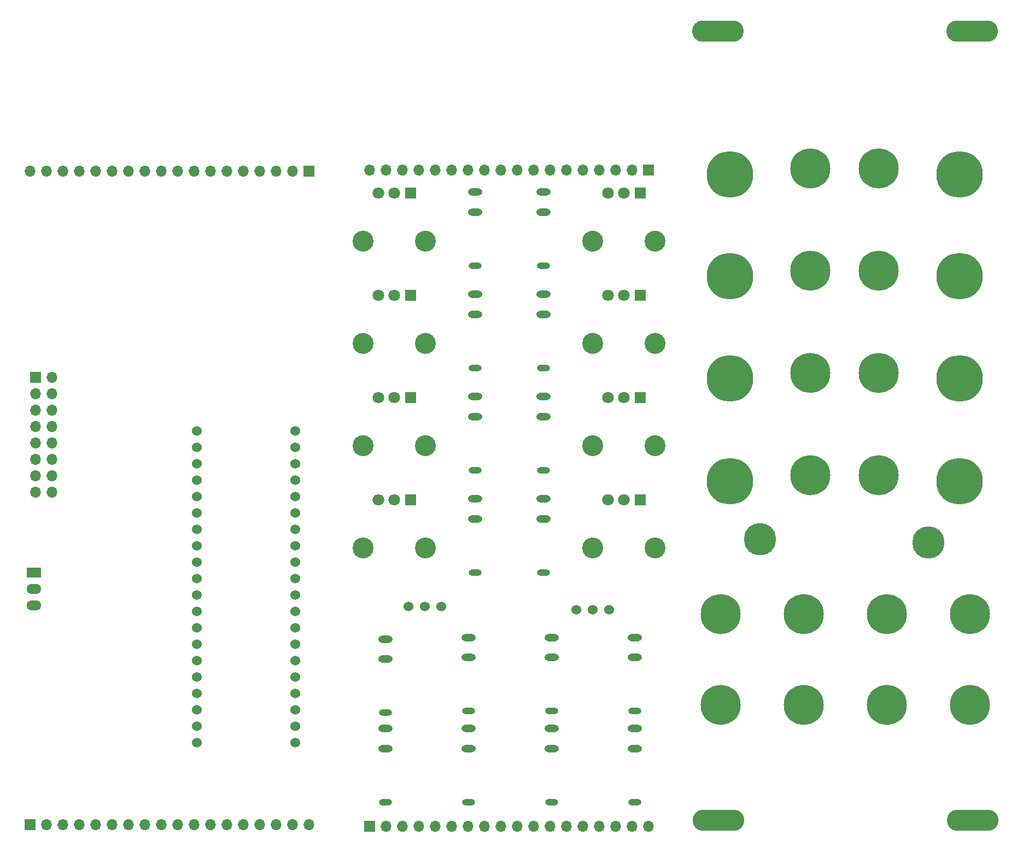
<source format=gbs>
%TF.GenerationSoftware,KiCad,Pcbnew,(6.0.0-0)*%
%TF.CreationDate,2022-07-11T02:03:33-04:00*%
%TF.ProjectId,daisy_hardware_v1,64616973-795f-4686-9172-64776172655f,rev?*%
%TF.SameCoordinates,Original*%
%TF.FileFunction,Soldermask,Bot*%
%TF.FilePolarity,Negative*%
%FSLAX46Y46*%
G04 Gerber Fmt 4.6, Leading zero omitted, Abs format (unit mm)*
G04 Created by KiCad (PCBNEW (6.0.0-0)) date 2022-07-11 02:03:33*
%MOMM*%
%LPD*%
G01*
G04 APERTURE LIST*
%ADD10O,2.216000X1.108000*%
%ADD11O,2.016000X1.008000*%
%ADD12C,6.200000*%
%ADD13O,8.000000X3.300000*%
%ADD14C,7.200000*%
%ADD15R,1.700000X1.700000*%
%ADD16O,1.700000X1.700000*%
%ADD17C,3.240000*%
%ADD18R,1.800000X1.800000*%
%ADD19C,1.800000*%
%ADD20C,1.524000*%
%ADD21C,5.000000*%
%ADD22R,2.300000X1.500000*%
%ADD23O,2.300000X1.500000*%
G04 APERTURE END LIST*
D10*
%TO.C,J13*%
X107870333Y-294079999D03*
X107870333Y-297179999D03*
D11*
X107870333Y-305479999D03*
%TD*%
D12*
%TO.C,REF\u002A\u002A*%
X159816800Y-322116000D03*
%TD*%
%TO.C,REF\u002A\u002A*%
X170383200Y-306291800D03*
%TD*%
D13*
%TO.C,REF\u002A\u002A*%
X145492800Y-253310000D03*
%TD*%
D10*
%TO.C,J15*%
X118443666Y-278244000D03*
X118443666Y-281344000D03*
D11*
X118443666Y-289644000D03*
%TD*%
D14*
%TO.C,REF\u002A\u002A*%
X182880000Y-275507000D03*
%TD*%
D15*
%TO.C,J1*%
X39820000Y-306960000D03*
D16*
X42360000Y-306960000D03*
X39820000Y-309500000D03*
X42360000Y-309500000D03*
X39820000Y-312040000D03*
X42360000Y-312040000D03*
X39820000Y-314580000D03*
X42360000Y-314580000D03*
X39820000Y-317120000D03*
X42360000Y-317120000D03*
X39820000Y-319660000D03*
X42360000Y-319660000D03*
X39820000Y-322200000D03*
X42360000Y-322200000D03*
X39820000Y-324740000D03*
X42360000Y-324740000D03*
%TD*%
D10*
%TO.C,J14*%
X107870333Y-309915998D03*
X107870333Y-313015998D03*
D11*
X107870333Y-321315998D03*
%TD*%
D17*
%TO.C,RV1*%
X135737000Y-285874000D03*
X126137000Y-285874000D03*
D18*
X133437000Y-278374000D03*
D19*
X130937000Y-278374000D03*
X128437000Y-278374000D03*
%TD*%
D14*
%TO.C,REF\u002A\u002A*%
X182880000Y-323005000D03*
%TD*%
D10*
%TO.C,J10*%
X119718666Y-347215000D03*
X119718666Y-350315000D03*
D11*
X119718666Y-358615000D03*
%TD*%
D17*
%TO.C,RV3*%
X100177000Y-317546000D03*
X90577000Y-317546000D03*
D18*
X97877000Y-310046000D03*
D19*
X95377000Y-310046000D03*
X92877000Y-310046000D03*
%TD*%
D17*
%TO.C,RV5*%
X100177000Y-301710000D03*
X90577000Y-301710000D03*
D18*
X97877000Y-294210000D03*
D19*
X95377000Y-294210000D03*
X92877000Y-294210000D03*
%TD*%
D10*
%TO.C,J3*%
X93980000Y-361312000D03*
X93980000Y-364412000D03*
D11*
X93980000Y-372712000D03*
%TD*%
D12*
%TO.C,EOC*%
X184505600Y-357650600D03*
%TD*%
%TO.C,REF\u002A\u002A*%
X159842200Y-274618000D03*
%TD*%
%TO.C,EOC*%
X158800800Y-357650600D03*
%TD*%
D10*
%TO.C,J18*%
X107870333Y-325751998D03*
X107870333Y-328851998D03*
D11*
X107870333Y-337151998D03*
%TD*%
D17*
%TO.C,RV2*%
X135737000Y-301710000D03*
X126137000Y-301710000D03*
D18*
X133437000Y-294210000D03*
D19*
X130937000Y-294210000D03*
X128437000Y-294210000D03*
%TD*%
D13*
%TO.C,REF\u002A\u002A*%
X145592800Y-375481400D03*
%TD*%
D14*
%TO.C,REF\u002A\u002A*%
X147320000Y-291262000D03*
%TD*%
D10*
%TO.C,J12*%
X107870333Y-278244000D03*
X107870333Y-281344000D03*
D11*
X107870333Y-289644000D03*
%TD*%
D12*
%TO.C,REF\u002A\u002A*%
X170383200Y-274592600D03*
%TD*%
D10*
%TO.C,J16*%
X118443666Y-294080000D03*
X118443666Y-297180000D03*
D11*
X118443666Y-305480000D03*
%TD*%
D14*
%TO.C,REF\u002A\u002A*%
X182880000Y-307130000D03*
%TD*%
D10*
%TO.C,J17*%
X118443666Y-309916000D03*
X118443666Y-313016000D03*
D11*
X118443666Y-321316000D03*
%TD*%
D10*
%TO.C,J7*%
X93980000Y-347444500D03*
X93980000Y-350544500D03*
D11*
X93980000Y-358844500D03*
%TD*%
D12*
%TO.C,REF\u002A\u002A*%
X159816800Y-290442200D03*
%TD*%
D10*
%TO.C,J4*%
X106849333Y-361312000D03*
X106849333Y-364412000D03*
D11*
X106849333Y-372712000D03*
%TD*%
D12*
%TO.C,SYNC*%
X145923000Y-343579000D03*
%TD*%
%TO.C,RESET*%
X184505600Y-343579000D03*
%TD*%
D17*
%TO.C,RV4*%
X90577000Y-333382000D03*
X100177000Y-333382000D03*
D18*
X97877000Y-325882000D03*
D19*
X95377000Y-325882000D03*
X92877000Y-325882000D03*
%TD*%
D12*
%TO.C,REF\u002A\u002A*%
X170383200Y-322116000D03*
%TD*%
%TO.C,RESET*%
X158775400Y-343579000D03*
%TD*%
D17*
%TO.C,RV7*%
X126137000Y-333382000D03*
X135737000Y-333382000D03*
D18*
X133437000Y-325882000D03*
D19*
X130937000Y-325882000D03*
X128437000Y-325882000D03*
%TD*%
D12*
%TO.C,REF\u002A\u002A*%
X159813333Y-306266400D03*
%TD*%
D10*
%TO.C,J2*%
X119718666Y-361312000D03*
X119718666Y-364412000D03*
D11*
X119718666Y-372712000D03*
%TD*%
D20*
%TO.C,SW1*%
X97536000Y-342392000D03*
X100076000Y-342392000D03*
X102616000Y-342392000D03*
%TD*%
D10*
%TO.C,J19*%
X118443666Y-325752000D03*
X118443666Y-328852000D03*
D11*
X118443666Y-337152000D03*
%TD*%
D12*
%TO.C,CV OUT*%
X145923000Y-357650600D03*
%TD*%
D10*
%TO.C,J11*%
X132588000Y-347215000D03*
X132588000Y-350315000D03*
D11*
X132588000Y-358615000D03*
%TD*%
D14*
%TO.C,REF\u002A\u002A*%
X182880000Y-291255000D03*
%TD*%
D17*
%TO.C,RV8*%
X100177000Y-285874000D03*
X90577000Y-285874000D03*
D18*
X97877000Y-278374000D03*
D19*
X95377000Y-278374000D03*
X92877000Y-278374000D03*
%TD*%
D13*
%TO.C,REF\u002A\u002A*%
X184869000Y-253310000D03*
%TD*%
D21*
%TO.C,LFO / ADSR / ???*%
X178054000Y-332530000D03*
%TD*%
D14*
%TO.C,REF\u002A\u002A*%
X147320000Y-323012000D03*
%TD*%
D10*
%TO.C,J8*%
X106849333Y-347215000D03*
X106849333Y-350315000D03*
D11*
X106849333Y-358615000D03*
%TD*%
D17*
%TO.C,RV6*%
X126137000Y-317546000D03*
X135737000Y-317546000D03*
D18*
X133437000Y-310046000D03*
D19*
X130937000Y-310046000D03*
X128437000Y-310046000D03*
%TD*%
D12*
%TO.C,SYNC*%
X171653200Y-343579000D03*
%TD*%
%TO.C,REF\u002A\u002A*%
X170383200Y-290442200D03*
%TD*%
D10*
%TO.C,J5*%
X132588000Y-361312000D03*
X132588000Y-364412000D03*
D11*
X132588000Y-372712000D03*
%TD*%
D12*
%TO.C,CV OUT*%
X171653200Y-357650600D03*
%TD*%
D21*
%TO.C,LFO / ADSR / ???*%
X152019000Y-332022000D03*
%TD*%
D14*
%TO.C,REF\u002A\u002A*%
X147320000Y-275514000D03*
%TD*%
D13*
%TO.C,REF\u002A\u002A*%
X184969000Y-375481400D03*
%TD*%
D22*
%TO.C,U9*%
X39586000Y-337128400D03*
D23*
X39586000Y-339668400D03*
X39586000Y-342208400D03*
%TD*%
D20*
%TO.C,U1*%
X64830000Y-315232000D03*
X64830000Y-317772000D03*
X64830000Y-320312000D03*
X64830000Y-322852000D03*
X64830000Y-325392000D03*
X64830000Y-327932000D03*
X64830000Y-330472000D03*
X64830000Y-333012000D03*
X64830000Y-335552000D03*
X64830000Y-338092000D03*
X64830000Y-340632000D03*
X64830000Y-343172000D03*
X64830000Y-345712000D03*
X64830000Y-348252000D03*
X64830000Y-350792000D03*
X64830000Y-353332000D03*
X64830000Y-355872000D03*
X64830000Y-358412000D03*
X64830000Y-360952000D03*
X64830000Y-363492000D03*
X80070000Y-363492000D03*
X80070000Y-360952000D03*
X80070000Y-358412000D03*
X80070000Y-355872000D03*
X80070000Y-353332000D03*
X80070000Y-350792000D03*
X80070000Y-348252000D03*
X80070000Y-345712000D03*
X80070000Y-343172000D03*
X80070000Y-340632000D03*
X80070000Y-338092000D03*
X80070000Y-335552000D03*
X80070000Y-333012000D03*
X80070000Y-330472000D03*
X80070000Y-327932000D03*
X80070000Y-325392000D03*
X80070000Y-322852000D03*
X80070000Y-320312000D03*
X80070000Y-317772000D03*
X80070000Y-315232000D03*
%TD*%
D14*
%TO.C,REF\u002A\u002A*%
X147320000Y-307137000D03*
%TD*%
D20*
%TO.C,SW2*%
X123571000Y-342900000D03*
X126111000Y-342900000D03*
X128651000Y-342900000D03*
%TD*%
D15*
%TO.C,J21*%
X38976400Y-376193600D03*
D16*
X41516400Y-376193600D03*
X44056400Y-376193600D03*
X46596400Y-376193600D03*
X49136400Y-376193600D03*
X51676400Y-376193600D03*
X54216400Y-376193600D03*
X56756400Y-376193600D03*
X59296400Y-376193600D03*
X61836400Y-376193600D03*
X64376400Y-376193600D03*
X66916400Y-376193600D03*
X69456400Y-376193600D03*
X71996400Y-376193600D03*
X74536400Y-376193600D03*
X77076400Y-376193600D03*
X79616400Y-376193600D03*
X82156400Y-376193600D03*
%TD*%
D15*
%TO.C,J20*%
X82126400Y-274975000D03*
D16*
X79586400Y-274975000D03*
X77046400Y-274975000D03*
X74506400Y-274975000D03*
X71966400Y-274975000D03*
X69426400Y-274975000D03*
X66886400Y-274975000D03*
X64346400Y-274975000D03*
X61806400Y-274975000D03*
X59266400Y-274975000D03*
X56726400Y-274975000D03*
X54186400Y-274975000D03*
X51646400Y-274975000D03*
X49106400Y-274975000D03*
X46566400Y-274975000D03*
X44026400Y-274975000D03*
X41486400Y-274975000D03*
X38946400Y-274975000D03*
%TD*%
D15*
%TO.C,J9*%
X91592400Y-376428000D03*
D16*
X94132400Y-376428000D03*
X96672400Y-376428000D03*
X99212400Y-376428000D03*
X101752400Y-376428000D03*
X104292400Y-376428000D03*
X106832400Y-376428000D03*
X109372400Y-376428000D03*
X111912400Y-376428000D03*
X114452400Y-376428000D03*
X116992400Y-376428000D03*
X119532400Y-376428000D03*
X122072400Y-376428000D03*
X124612400Y-376428000D03*
X127152400Y-376428000D03*
X129692400Y-376428000D03*
X132232400Y-376428000D03*
X134772400Y-376428000D03*
%TD*%
D15*
%TO.C,J6*%
X134742400Y-274828000D03*
D16*
X132202400Y-274828000D03*
X129662400Y-274828000D03*
X127122400Y-274828000D03*
X124582400Y-274828000D03*
X122042400Y-274828000D03*
X119502400Y-274828000D03*
X116962400Y-274828000D03*
X114422400Y-274828000D03*
X111882400Y-274828000D03*
X109342400Y-274828000D03*
X106802400Y-274828000D03*
X104262400Y-274828000D03*
X101722400Y-274828000D03*
X99182400Y-274828000D03*
X96642400Y-274828000D03*
X94102400Y-274828000D03*
X91562400Y-274828000D03*
%TD*%
M02*

</source>
